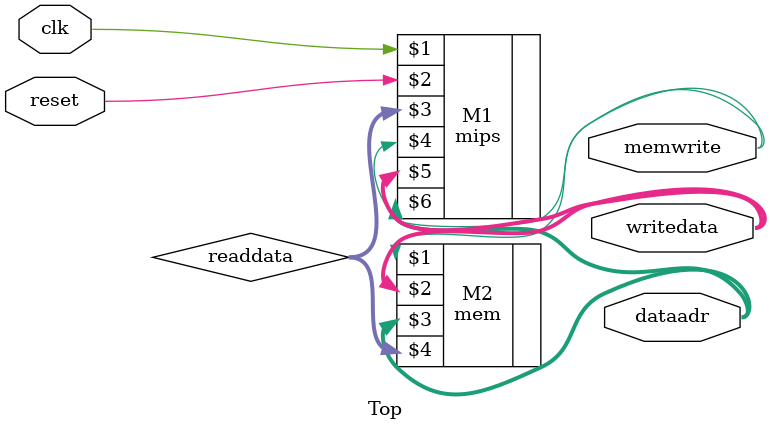
<source format=sv>
module Top(
    input logic clk, reset,
    output logic [31:0] writedata, dataadr,
    output logic memwrite
    );
    logic [31:0] readdata;
    mips M1(clk, reset, readdata, memwrite, writedata, dataadr);
    mem M2(memwrite, writedata, dataadr, readdata);
endmodule

</source>
